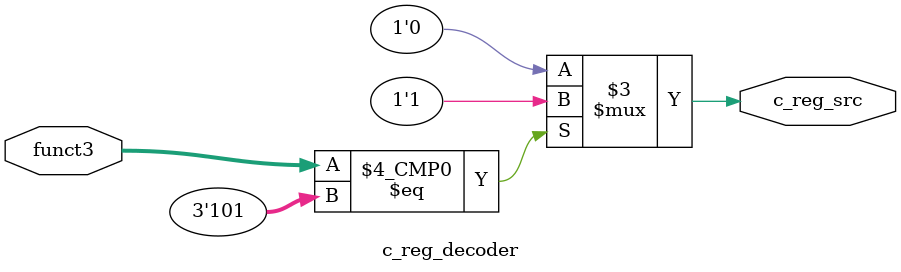
<source format=sv>
module c_reg_decoder (
    input logic [2:0] funct3,
    output logic c_reg_src
);
    always_comb begin
        case (funct3)
            3'b001: c_reg_src = 1'b0;  // csrrw
            3'b101: c_reg_src = 1'b1;  // csrrwi
            default: c_reg_src = 1'b0;
        endcase
    end
endmodule
</source>
